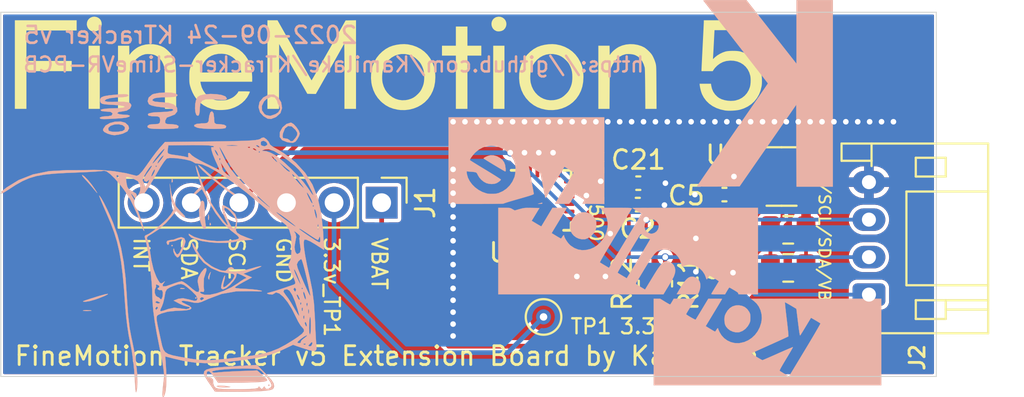
<source format=kicad_pcb>
(kicad_pcb (version 20211014) (generator pcbnew)
  (layers (0 "F.Cu" signal) (31 "B.Cu" signal) (34 "B.Paste" user) (35 "F.Paste" user) (36 "B.SilkS" user "B.Silkscreen") (37 "F.SilkS" user "F.Silkscreen") (38 "B.Mask" user) (39 "F.Mask" user) (44 "Edge.Cuts" user))
  (net 0 "")
  (net 1 "GND")
  (net 2 "+3V3")
  (net 3 "Net-(C7-Pad1)")
  (net 4 "SDA")
  (net 5 "SCL")
  (net 8 "VBAT")
  (net 12 "Net-(J1-Pad2)")
  (footprint "Connector_JST:JST_PH_S4B-PH-K_1x04_P2.00mm_Horizontal" (layer "F.Cu") (at 136.488 70.818 90)
    (fp_text reference "J2" (at -3.35 2.577 90) (layer "F.SilkS") (effects (font (size 0.8 0.8))))
    (fp_text value "Conn_01x04_Female")
    (pad "1" thru_hole roundrect locked (at 0 0 90) (size 1.2 1.75) (drill 0.75) (layers *.Cu *.Mask) (roundrect_rratio 0.2083325) (net 8 "VBAT"))
    (pad "2" thru_hole oval locked (at 2 0 90) (size 1.2 1.75) (drill 0.75) (layers *.Cu *.Mask) (net 4 "SDA"))
    (pad "3" thru_hole oval locked (at 4 0 90) (size 1.2 1.75) (drill 0.75) (layers *.Cu *.Mask) (net 5 "SCL"))
    (pad "4" thru_hole oval locked (at 6 0 90) (size 1.2 1.75) (drill 0.75) (layers *.Cu *.Mask) (net 1 "GND"))
  )
  (footprint "Capacitor_SMD:C_0805_2012Metric" (layer "F.Cu") (at 132.1816 69.3928)
    (fp_text reference "C20" (at -3.1496 0.0762) (layer "F.SilkS"))
    (fp_text value "47uF")
    (pad "1" smd roundrect (at -0.95 0) (size 1 1.45) (layers "F.Cu" "F.Paste" "F.Mask") (net 2 "+3V3"))
    (pad "2" smd roundrect (at 0.95 0) (size 1 1.45) (layers "F.Cu" "F.Paste" "F.Mask") (net 1 "GND"))
  )
  (footprint "Resistor_SMD:R_0402_1005Metric" (layer "F.Cu") (at 124.587 70.231 90)
    (fp_text reference "R12" (at 0 -1.27 90) (layer "F.SilkS"))
    (fp_text value "2.2K")
    (pad "1" smd roundrect (at -0.51 0 90) (size 0.54 0.64) (layers "F.Cu" "F.Paste" "F.Mask") (net 2 "+3V3"))
    (pad "2" smd roundrect (at 0.51 0 90) (size 0.54 0.64) (layers "F.Cu" "F.Paste" "F.Mask") (net 5 "SCL"))
  )
  (footprint "Capacitor_SMD:C_0402_1005Metric" (layer "F.Cu") (at 124.1832 64.8716 180)
    (fp_text reference "C2" (at 0.028 -2.4384) (layer "F.SilkS"))
    (fp_text value "0.1uF")
    (pad "1" smd roundrect (at -0.48 0 180) (size 0.56 0.62) (layers "F.Cu" "F.Paste" "F.Mask") (net 1 "GND"))
    (pad "2" smd roundrect (at 0.48 0 180) (size 0.56 0.62) (layers "F.Cu" "F.Paste" "F.Mask") (net 2 "+3V3"))
  )
  (footprint "Resistor_SMD:R_0402_1005Metric" (layer "F.Cu") (at 125.603 70.231 90)
    (fp_text reference "R11" (at 0 1.27 90) (layer "F.SilkS"))
    (fp_text value "2.2K")
    (pad "1" smd roundrect (at -0.51 0 90) (size 0.54 0.64) (layers "F.Cu" "F.Paste" "F.Mask") (net 2 "+3V3"))
    (pad "2" smd roundrect (at 0.51 0 90) (size 0.54 0.64) (layers "F.Cu" "F.Paste" "F.Mask") (net 4 "SDA"))
  )
  (footprint "Sensor_Motion:InvenSense_QFN-24_3x3mm_P0.4mm" (layer "F.Cu") (at 118.999 65.786)
    (fp_text reference "U9" (at -1.778 2.794) (layer "F.SilkS"))
    (fp_text value "MPU-9250")
    (pad "1" smd roundrect (at -1.5 -1) (size 0.55 0.2) (layers "F.Cu" "F.Paste" "F.Mask"))
    (pad "2" smd roundrect (at -1.5 -0.6) (size 0.55 0.2) (layers "F.Cu" "F.Paste" "F.Mask"))
    (pad "3" smd roundrect (at -1.5 -0.2) (size 0.55 0.2) (layers "F.Cu" "F.Paste" "F.Mask"))
    (pad "4" smd roundrect (at -1.5 0.2) (size 0.55 0.2) (layers "F.Cu" "F.Paste" "F.Mask"))
    (pad "5" smd roundrect (at -1.5 0.6) (size 0.55 0.2) (layers "F.Cu" "F.Paste" "F.Mask"))
    (pad "6" smd roundrect (at -1.5 1) (size 0.55 0.2) (layers "F.Cu" "F.Paste" "F.Mask"))
    (pad "7" smd roundrect (at -1 1.5 90) (size 0.55 0.2) (layers "F.Cu" "F.Paste" "F.Mask"))
    (pad "8" smd roundrect (at -0.6 1.5 90) (size 0.55 0.2) (layers "F.Cu" "F.Paste" "F.Mask") (net 2 "+3V3"))
    (pad "9" smd roundrect (at -0.2 1.5 90) (size 0.55 0.2) (layers "F.Cu" "F.Paste" "F.Mask") (net 2 "+3V3"))
    (pad "10" smd roundrect (at 0.2 1.5 90) (size 0.55 0.2) (layers "F.Cu" "F.Paste" "F.Mask") (net 3 "Net-(C7-Pad1)"))
    (pad "11" smd roundrect (at 0.6 1.5 90) (size 0.55 0.2) (layers "F.Cu" "F.Paste" "F.Mask") (net 1 "GND"))
    (pad "12" smd roundrect (at 1 1.5 90) (size 0.55 0.2) (layers "F.Cu" "F.Paste" "F.Mask"))
    (pad "13" smd roundrect (at 1.5 1) (size 0.55 0.2) (layers "F.Cu" "F.Paste" "F.Mask") (net 2 "+3V3"))
    (pad "14" smd roundrect (at 1.5 0.6) (size 0.55 0.2) (layers "F.Cu" "F.Paste" "F.Mask"))
    (pad "15" smd roundrect (at 1.5 0.2) (size 0.55 0.2) (layers "F.Cu" "F.Paste" "F.Mask"))
    (pad "16" smd roundrect (at 1.5 -0.2) (size 0.55 0.2) (layers "F.Cu" "F.Paste" "F.Mask"))
    (pad "17" smd roundrect (at 1.5 -0.6) (size 0.55 0.2) (layers "F.Cu" "F.Paste" "F.Mask"))
    (pad "18" smd roundrect (at 1.5 -1) (size 0.55 0.2) (layers "F.Cu" "F.Paste" "F.Mask") (net 1 "GND"))
    (pad "19" smd roundrect (at 1 -1.5 90) (size 0.55 0.2) (layers "F.Cu" "F.Paste" "F.Mask"))
    (pad "20" smd roundrect (at 0.6 -1.5 90) (size 0.55 0.2) (layers "F.Cu" "F.Paste" "F.Mask") (net 1 "GND"))
    (pad "21" smd roundrect (at 0.2 -1.5 90) (size 0.55 0.2) (layers "F.Cu" "F.Paste" "F.Mask"))
    (pad "22" smd roundrect (at -0.2 -1.5 90) (size 0.55 0.2) (layers "F.Cu" "F.Paste" "F.Mask") (net 2 "+3V3"))
    (pad "23" smd roundrect (at -0.6 -1.5 90) (size 0.55 0.2) (layers "F.Cu" "F.Paste" "F.Mask") (net 5 "SCL"))
    (pad "24" smd roundrect (at -1 -1.5 90) (size 0.55 0.2) (layers "F.Cu" "F.Paste" "F.Mask") (net 4 "SDA"))
  )
  (footprint "kamilib:FineMotion_25mm_empty" (layer "F.Cu") (at 110.744 58.42)
    (fp_text reference "G***")
    (fp_text value "LOGO" hide)
  )
  (footprint "Capacitor_SMD:C_0402_1005Metric" (layer "F.Cu") (at 124.1552 66.0146)
    (fp_text reference "C21" (at 0.028 -2.3876) (layer "F.SilkS"))
    (fp_text value "0.1uF")
    (pad "1" smd roundrect (at -0.48 0) (size 0.56 0.62) (layers "F.Cu" "F.Paste" "F.Mask") (net 2 "+3V3"))
    (pad "2" smd roundrect (at 0.48 0) (size 0.56 0.62) (layers "F.Cu" "F.Paste" "F.Mask") (net 1 "GND"))
  )
  (footprint "Package_TO_SOT_SMD:SOT-23-5" (layer "F.Cu") (at 131.826 64.516)
    (fp_text reference "U1" (at -3.048 -1.143) (layer "F.SilkS"))
    (fp_text value "ME6211C")
    (pad "1" smd roundrect (at -1.1375 -0.95) (size 1.325 0.6) (layers "F.Cu" "F.Paste" "F.Mask") (net 8 "VBAT"))
    (pad "2" smd roundrect (at -1.1375 0) (size 1.325 0.6) (layers "F.Cu" "F.Paste" "F.Mask") (net 1 "GND"))
    (pad "3" smd roundrect (at -1.1375 0.95) (size 1.325 0.6) (layers "F.Cu" "F.Paste" "F.Mask") (net 8 "VBAT"))
    (pad "4" smd roundrect (at 1.1375 0.95) (size 1.325 0.6) (layers "F.Cu" "F.Paste" "F.Mask"))
    (pad "5" smd roundrect (at 1.1375 -0.95) (size 1.325 0.6) (layers "F.Cu" "F.Paste" "F.Mask") (net 2 "+3V3"))
  )
  (footprint "Connector_PinHeader_2.54mm:PinHeader_1x06_P2.54mm_Vertical" (layer "F.Cu") (at 110.49 65.913 -90)
    (fp_text reference "J1" (at 0 -2.33 90) (layer "F.SilkS"))
    (fp_text value "Conn_01x06_Male")
    (pad "1" thru_hole rect (at 0 0 270) (size 1.7 1.7) (drill 1) (layers *.Cu *.Mask) (net 8 "VBAT"))
    (pad "2" thru_hole oval (at 0 2.54 270) (size 1.7 1.7) (drill 1) (layers *.Cu *.Mask) (net 12 "Net-(J1-Pad2)"))
    (pad "3" thru_hole oval (at 0 5.08 270) (size 1.7 1.7) (drill 1) (layers *.Cu *.Mask) (net 1 "GND"))
    (pad "4" thru_hole oval (at 0 7.62 270) (size 1.7 1.7) (drill 1) (layers *.Cu *.Mask) (net 5 "SCL"))
    (pad "5" thru_hole oval (at 0 10.16 270) (size 1.7 1.7) (drill 1) (layers *.Cu *.Mask) (net 4 "SDA"))
    (pad "6" thru_hole oval (at 0 12.7 270) (size 1.7 1.7) (drill 1) (layers *.Cu *.Mask))
  )
  (footprint "Capacitor_SMD:C_0805_2012Metric" (layer "F.Cu") (at 132.1816 67.3608)
    (fp_text reference "C19" (at -3.1496 0.2032) (layer "F.SilkS"))
    (fp_text value "47uF")
    (pad "1" smd roundrect (at -0.95 0) (size 1 1.45) (layers "F.Cu" "F.Paste" "F.Mask") (net 2 "+3V3"))
    (pad "2" smd roundrect (at 0.95 0) (size 1 1.45) (layers "F.Cu" "F.Paste" "F.Mask") (net 1 "GND"))
  )
  (footprint "TestPoint:TestPoint_Pad_D1.5mm" (layer "F.Cu") (at 119.126 72.009)
    (fp_text reference "TP1" (at 2.54 0.508) (layer "F.SilkS") (effects (font (size 0.8 0.8) (thickness 0.125))))
    (fp_text value "I2C_PULLUP")
    (pad "1" smd circle (at 0 0) (size 1.5 1.5) (layers "F.Cu" "F.Mask") (net 12 "Net-(J1-Pad2)"))
  )
  (footprint "Capacitor_SMD:C_0402_1005Metric" (layer "F.Cu") (at 120.4976 68.7324)
    (fp_text reference "C7" (at 0.0254 1.3716) (layer "F.SilkS"))
    (fp_text value "0.1uF")
    (pad "1" smd roundrect (at -0.48 0) (size 0.56 0.62) (layers "F.Cu" "F.Paste" "F.Mask") (net 3 "Net-(C7-Pad1)"))
    (pad "2" smd roundrect (at 0.48 0) (size 0.56 0.62) (layers "F.Cu" "F.Paste" "F.Mask") (net 1 "GND"))
  )
  (footprint "Capacitor_SMD:C_0402_1005Metric" (layer "F.Cu") (at 128.778 65.4812 180)
    (fp_text reference "C5" (at 2.032 -0.0508) (layer "F.SilkS"))
    (fp_text value "10uF")
    (pad "1" smd roundrect (at -0.48 0 180) (size 0.56 0.62) (layers "F.Cu" "F.Paste" "F.Mask") (net 8 "VBAT"))
    (pad "2" smd roundrect (at 0.48 0 180) (size 0.56 0.62) (layers "F.Cu" "F.Paste" "F.Mask") (net 1 "GND"))
  )
  (footprint "kamilib:kamilake_1100dpi" (layer "B.Cu") (at 125.603001 65.056328 180)
    (fp_text reference "G***" hide)
    (fp_text value "LOGO" hide)
  )
  (footprint "kamilib:sleepy300dpi" (layer "B.Cu") (at 98.84 68.16 180)
    (fp_text reference "G***" hide)
    (fp_text value "LOGO" hide)
  )
  (gr_line (start 90.17 55.753) (end 140.081 55.753) (layer "Edge.Cuts") (width 0.05))
  (gr_line (start 140.081 55.753) (end 140.081 75.184) (layer "Edge.Cuts") (width 0.05))
  (gr_line (start 140.081 75.184) (end 90.17 75.184) (layer "Edge.Cuts") (width 0.05))
  (gr_line (start 90.17 75.184) (end 90.17 55.753) (layer "Edge.Cuts") (width 0.05))
  (gr_text "https://github.com/Kamilake/KTracker-SlimeVR-PCB" (at 107.9246 58.547) (layer "B.SilkS") (effects (font (size 0.8 0.8) (thickness 0.13)) (justify mirror)))
  (gr_text "2022-09-24 KTracker v5" (at 100.2792 56.9722) (layer "B.SilkS") (effects (font (size 0.9 0.9) (thickness 0.14)) (justify mirror)))
  (gr_text "FineMotion Tracker v5 Extension Board by Kamilake" (at 110.744 74.0918) (layer "F.SilkS") (effects (font (size 1 1))))
  (gr_text "GND/SCL/SDA/VBAT" (at 134.112 67.564 270) (layer "F.SilkS") (effects (font (size 0.6 0.6) (thickness 0.1))))
  (gr_text "3.3v" (at 124.46 72.517) (layer "F.SilkS") (effects (font (size 0.8 0.8) (thickness 0.125))))
  (gr_text "GND" (at 105.283 67.691 270) (layer "F.SilkS") (effects (font (size 0.8 0.8) (thickness 0.125)) (justify left)))
  (gr_text "SCL" (at 102.743 67.691 270) (layer "F.SilkS") (effects (font (size 0.8 0.8) (thickness 0.125)) (justify left)))
  (gr_text "VBAT" (at 110.363 67.691 270) (layer "F.SilkS") (effects (font (size 0.8 0.8) (thickness 0.125)) (justify left)))
  (gr_text "SDA" (at 100.203 67.691 270) (layer "F.SilkS") (effects (font (size 0.8 0.8) (thickness 0.125)) (justify left)))
  (gr_text "3.3v_TP1" (at 107.823 67.691 270) (layer "F.SilkS") (effects (font (size 0.8 0.8) (thickness 0.125)) (justify left)))
  (gr_text "MPU6500" (at 121.92 65.532 270) (layer "F.SilkS") (effects (font (size 0.7 0.7) (thickness 0.12))))
  (gr_text "INT" (at 97.663 67.691 270) (layer "F.SilkS") (effects (font (size 0.8 0.8) (thickness 0.125)) (justify left)))
  (segment (start 119.902414 67.958709) (end 120.188204 67.958709) (width 0.2) (layer "F.Cu") (net 1))
  (segment (start 125.5522 66.0146) (end 125.5776 66.04) (width 0.2) (layer "F.Cu") (net 1))
  (segment (start 119.599 67.655295) (end 119.902414 67.958709) (width 0.2) (layer "F.Cu") (net 1))
  (segment (start 124.6632 64.8716) (end 125.6284 64.8716) (width 0.2) (layer "F.Cu") (net 1))
  (segment (start 124.6632 64.8716) (end 124.6632 65.9866) (width 0.2) (layer "F.Cu") (net 1))
  (segment (start 133.1316 69.3928) (end 133.1316 67.3608) (width 0.2) (layer "F.Cu") (net 1))
  (segment (start 128.298 65.4812) (end 127.2032 65.4812) (width 0.2) (layer "F.Cu") (net 1))
  (segment (start 120.790709 67.958709) (end 120.188204 67.958709) (width 0.2) (layer "F.Cu") (net 1))
  (segment (start 119.599 64.286) (end 119.599 63.281) (width 0.2) (layer "F.Cu") (net 1))
  (segment (start 136.488 64.818) (end 136.8502 64.818) (width 0.4) (layer "F.Cu") (net 1))
  (segment (start 119.599 67.286) (end 119.599 67.655295) (width 0.2) (layer "F.Cu") (net 1))
  (segment (start 124.6632 65.9866) (end 124.6352 66.0146) (width 0.2) (layer "F.Cu") (net 1))
  (segment (start 120.9776 68.1456) (end 120.790709 67.958709) (width 0.2) (layer "F.Cu") (net 1))
  (segment (start 124.6352 66.0146) (end 125.5522 66.0146) (width 0.2) (layer "F.Cu") (net 1))
  (segment (start 119.599 63.281) (end 119.634 63.246) (width 0.2) (layer "F.Cu") (net 1))
  (segment (start 136.488 64.818) (end 136.7 64.818) (width 0.2) (layer "F.Cu") (net 1))
  (segment (start 122.158 64.786) (end 122.174 64.77) (width 0.2) (layer "F.Cu") (net 1))
  (segment (start 120.499 64.786) (end 122.158 64.786) (width 0.2) (layer "F.Cu") (net 1))
  (segment (start 120.9776 68.7324) (end 120.9776 68.1456) (width 0.2) (layer "F.Cu") (net 1))
  (segment (start 130.6885 64.516) (end 129.286 64.516) (width 0.2) (layer "F.Cu") (net 1))
  (via (at 125.6284 64.8716) (size 0.4) (drill 0.3) (layers "F.Cu" "B.Cu") (net 1))
  (via (at 130.175 61.595) (size 0.4) (drill 0.3) (layers "F.Cu" "B.Cu") (net 1))
  (via (at 125.095 61.595) (size 0.4) (drill 0.3) (layers "F.Cu" "B.Cu") (net 1))
  (via (at 114.3 61.595) (size 0.4) (drill 0.3) (layers "F.Cu" "B.Cu") (net 1))
  (via (at 117.475 61.595) (size 0.4) (drill 0.3) (layers "F.Cu" "B.Cu") (net 1))
  (via (at 127.2032 65.4812) (size 0.4) (drill 0.3) (layers "F.Cu" "B.Cu") (net 1))
  (via (at 114.3 64.135) (size 0.4) (drill 0.3) (layers "F.Cu" "B.Cu") (net 1))
  (via (at 123.19 61.595) (size 0.4) (drill 0.3) (layers "F.Cu" "B.Cu") (net 1))
  (via (at 122.555 61.595) (size 0.4) (drill 0.3) (layers "F.Cu" "B.Cu") (net 1))
  (via (at 118.745 61.595) (size 0.4) (drill 0.3) (layers "F.Cu" "B.Cu") (net 1))
  (via (at 114.3 68.58) (size 0.4) (drill 0.3) (layers "F.Cu" "B.Cu") (net 1))
  (via (at 130.81 61.595) (size 0.4) (drill 0.3) (layers "F.Cu" "B.Cu") (net 1))
  (via (at 115.57 61.595) (size 0.4) (drill 0.3) (layers "F.Cu" "B.Cu") (net 1))
  (via (at 120.904 69.85) (size 0.4) (drill 0.3) (layers "F.Cu" "B.Cu") (net 1))
  (via (at 132.08 61.595) (size 0.4) (drill 0.3) (layers "F.Cu" "B.Cu") (net 1))
  (via (at 120.65 61.595) (size 0.4) (drill 0.3) (layers "F.Cu" "B.Cu") (net 1))
  (via (at 122.428 69.85) (size 0.4) (drill 0.3) (layers "F.Cu" "B.Cu") (net 1))
  (via (at 126.365 61.595) (size 0.4) (drill 0.3) (layers "F.Cu" "B.Cu") (net 1))
  (via (at 119.38 61.595) (size 0.4) (drill 0.3) (layers "F.Cu" "B.Cu") (net 1))
  (via (at 128.905 61.595) (size 0.4) (drill 0.3) (layers "F.Cu" "B.Cu") (net 1))
  (via (at 129.54 61.595) (size 0.4) (drill 0.3) (layers "F.Cu" "B.Cu") (net 1))
  (via (at 119.634 63.246) (size 0.4) (drill 0.3) (layers "F.Cu" "B.Cu") (net 1))
  (via (at 114.3 71.755) (size 0.4) (drill 0.3) (layers "F.Cu" "B.Cu") (net 1))
  (via (at 135.255 61.595) (size 0.4) (drill 0.3) (layers "F.Cu" "B.Cu") (net 1))
  (via (at 125.5776 66.04) (size 0.4) (drill 0.3) (layers "F.Cu" "B.Cu") (net 1))
  (via (at 114.3 66.04) (size 0.4) (drill 0.3) (layers "F.Cu" "B.Cu") (net 1))
  (via (at 114.3 67.31) (size 0.4) (drill 0.3) (layers "F.Cu" "B.Cu") (net 1))
  (via (at 114.3 70.485) (size 0.4) (drill 0.3) (layers "F.Cu" "B.Cu") (net 1))
  (via (at 131.445 61.595) (size 0.4) (drill 0.3) (layers "F.Cu" "B.Cu") (net 1))
  (via (at 133.35 61.595) (size 0.4) (drill 0.3) (layers "F.Cu" "B.Cu") (net 1))
  (via (at 129.286 64.516) (size 0.4) (drill 0.3) (layers "F.Cu" "B.Cu") (net 1))
  (via (at 137.795 61.595) (size 0.4) (drill 0.3) (layers "F.Cu" "B.Cu") (net 1))
  (via (at 133.985 61.595) (size 0.4) (drill 0.3) (layers "F.Cu" "B.Cu") (net 1))
  (via (at 114.3 65.405) (size 0.4) (drill 0.3) (layers "F.Cu" "B.Cu") (net 1))
  (via (at 124.46 61.595) (size 0.4) (drill 0.3) (layers "F.Cu" "B.Cu") (net 1))
  (via (at 121.92 61.595) (size 0.4) (drill 0.3) (layers "F.Cu" "B.Cu") (net 1))
  (via (at 120.015 61.595) (size 0.4) (drill 0.3) (layers "F.Cu" "B.Cu") (net 1))
  (via (at 122.682 67.564) (size 0.4) (drill 0.3) (layers "F.Cu" "B.Cu") (net 1))
  (via (at 114.3 66.675) (size 0.4) (drill 0.3) (layers "F.Cu" "B.Cu") (net 1))
  (via (at 127 61.595) (size 0.4) (drill 0.3) (layers "F.Cu" "B.Cu") (net 1))
  (via (at 114.3 72.39) (size 0.4) (drill 0.3) (layers "F.Cu" "B.Cu") (net 1))
  (via (at 114.935 61.595) (size 0.4) (drill 0.3) (layers "F.Cu" "B.Cu") (net 1))
  (via (at 116.205 61.595) (size 0.4) (drill 0.3) (layers "F.Cu" "B.Cu") (net 1))
  (via (at 125.73 61.595) (size 0.4) (drill 0.3) (layers "F.Cu" "B.Cu") (net 1))
  (via (at 114.3 71.12) (size 0.4) (drill 0.3) (layers "F.Cu" "B.Cu") (net 1))
  (via (at 114.3 67.945) (size 0.4) (drill 0.3) (layers "F.Cu" "B.Cu") (net 1))
  (via (at 122.174 64.77) (size 0.4) (drill 0.3) (layers "F.Cu" "B.Cu") (net 1))
  (via (at 128.27 61.595) (size 0.4) (drill 0.3) (layers "F.Cu" "B.Cu") (net 1))
  (via (at 127.254 67.818) (size 0.4) (drill 0.3) (layers "F.Cu" "B.Cu") (net 1))
  (via (at 127.254 69.596) (size 0.4) (drill 0.3) (layers "F.Cu" "B.Cu") (net 1))
  (via (at 116.84 61.595) (size 0.4) (drill 0.3) (layers "F.Cu" "B.Cu") (net 1))
  (via (at 114.3 64.77) (size 0.4) (drill 0.3) (layers "F.Cu" "B.Cu") (net 1))
  (via (at 114.3 73.025) (size 0.4) (drill 0.3) (layers "F.Cu" "B.Cu") (net 1))
  (via (at 136.525 61.595) (size 0.4) (drill 0.3) (layers "F.Cu" "B.Cu") (net 1))
  (via (at 123.825 61.595) (size 0.4) (drill 0.3) (layers "F.Cu" "B.Cu") (net 1))
  (via (at 118.11 61.595) (size 0.4) (drill 0.3) (layers "F.Cu" "B.Cu") (net 1))
  (via (at 121.285 61.595) (size 0.4) (drill 0.3) (layers "F.Cu" "B.Cu") (net 1))
  (via (at 127.635 61.595) (size 0.4) (drill 0.3) (layers "F.Cu" "B.Cu") (net 1))
  (via (at 134.62 61.595) (size 0.4) (drill 0.3) (layers "F.Cu" "B.Cu") (net 1))
  (via (at 137.16 61.595) (size 0.4) (drill 0.3) (layers "F.Cu" "B.Cu") (net 1))
  (via (at 114.3 69.215) (size 0.4) (drill 0.3) (layers "F.Cu" "B.Cu") (net 1))
  (via (at 132.715 61.595) (size 0.4) (drill 0.3) (layers "F.Cu" "B.Cu") (net 1))
  (via (at 135.89 61.595) (size 0.4) (drill 0.3) (layers "F.Cu" "B.Cu") (net 1))
  (via (at 114.3 69.85) (size 0.4) (drill 0.3) (layers "F.Cu" "B.Cu") (net 1))
  (segment (start 121.9454 66.0146) (end 123.6752 66.0146) (width 0.2) (layer "F.Cu") (net 2))
  (segment (start 118.399 69.3262) (end 118.399 67.286) (width 0.2) (layer "F.Cu") (net 2))
  (segment (start 120.499 66.786) (end 121.174 66.786) (width 0.2) (layer "F.Cu") (net 2))
  (segment (start 123.7032 64.8716) (end 123.7032 65.5268) (width 0.2) (layer "F.Cu") (net 2))
  (segment (start 118.799 64.286) (end 118.799 63.319) (width 0.2) (layer "F.Cu") (net 2))
  (segment (start 118.799 63.319) (end 118.872 63.246) (width 0.2) (layer "F.Cu") (net 2))
  (segment (start 131.8768 64.6527) (end 131.8768 66.7156) (width 0.2) (layer "F.Cu") (net 2))
  (segment (start 125.603 70.741) (end 129.8834 70.741) (width 0.2) (layer "F.Cu") (net 2))
  (segment (start 129.8834 70.741) (end 131.2316 69.3928) (width 0.2) (layer "F.Cu") (net 2))
  (segment (start 132.9635 63.566) (end 131.8768 64.6527) (width 0.2) (layer "F.Cu") (net 2))
  (segment (start 118.799 69.269) (end 119.4689 69.9389) (width 0.2) (layer "F.Cu") (net 2))
  (segment (start 125.603 70.741) (end 124.587 70.741) (width 0.2) (layer "F.Cu") (net 2))
  (segment (start 123.6752 66.0146) (end 123.6752 69.8292) (width 0.2) (layer "F.Cu") (net 2))
  (segment (start 131.2316 67.3608) (end 131.2316 69.3928) (width 0.2) (layer "F.Cu") (net 2))
  (segment (start 121.174 66.786) (end 121.9454 66.0146) (width 0.2) (layer "F.Cu") (net 2))
  (segment (start 119.8138 70.741) (end 119.4689 70.3961) (width 0.2) (layer "F.Cu") (net 2))
  (segment (start 131.8768 66.7156) (end 131.2316 67.3608) (width 0.2) (layer "F.Cu") (net 2))
  (segment (start 119.4689 70.3961) (end 118.399 69.3262) (width 0.2) (layer "F.Cu") (net 2))
  (segment (start 119.4689 69.9389) (end 119.4689 70.3961) (width 0.2) (layer "F.Cu") (net 2))
  (segment (start 124.587 70.741) (end 119.8138 70.741) (width 0.2) (layer "F.Cu") (net 2))
  (segment (start 123.6752 69.8292) (end 124.587 70.741) (width 0.2) (layer "F.Cu") (net 2))
  (segment (start 118.799 67.286) (end 118.799 69.269) (width 0.2) (layer "F.Cu") (net 2))
  (segment (start 123.698 65.532) (end 123.7032 65.5268) (width 0.2) (layer "F.Cu") (net 2))
  (segment (start 123.7032 65.5268) (end 123.7032 65.9866) (width 0.2) (layer "F.Cu") (net 2))
  (segment (start 121.412 65.532) (end 123.698 65.532) (width 0.2) (layer "F.Cu") (net 2))
  (via (at 118.872 63.246) (size 0.4) (drill 0.3) (layers "F.Cu" "B.Cu") (net 2))
  (via (at 121.412 65.532) (size 0.4) (drill 0.3) (layers "F.Cu" "B.Cu") (net 2))
  (segment (start 118.872 63.246) (end 121.158 65.532) (width 0.2) (layer "B.Cu") (net 2))
  (segment (start 121.158 65.532) (end 121.412 65.532) (width 0.2) (layer "B.Cu") (net 2))
  (segment (start 120.0176 68.7324) (end 119.199 67.9138) (width 0.2) (layer "F.Cu") (net 3))
  (segment (start 119.199 67.9138) (end 119.199 67.286) (width 0.2) (layer "F.Cu") (net 3))
  (segment (start 117.999 64.286) (end 117.999 63.897) (width 0.2) (layer "F.Cu") (net 4))
  (segment (start 125.603 69.721) (end 125.603 68.834) (width 0.2) (layer "F.Cu") (net 4))
  (segment (start 125.603 68.834) (end 125.619 68.818) (width 0.2) (layer "F.Cu") (net 4))
  (segment (start 117.999 63.897) (end 117.348 63.246) (width 0.2) (layer "F.Cu") (net 4))
  (via (at 117.348 63.246) (size 0.4) (drill 0.3) (layers "F.Cu" "B.Cu") (net 4))
  (via (at 125.619 68.818) (size 0.4) (drill 0.3) (layers "F.Cu" "B.Cu") (net 4))
  (segment (start 123.428 68.818) (end 125.619 68.818) (width 0.2) (layer "B.Cu") (net 4))
  (segment (start 122.92 68.818) (end 123.428 68.818) (width 0.2) (layer "B.Cu") (net 4))
  (segment (start 117.348 63.246) (end 102.997 63.246) (width 0.25) (layer "B.Cu") (net 4))
  (segment (start 125.619 68.818) (end 136.488 68.818) (width 0.2) (layer "B.Cu") (net 4))
  (segment (start 102.997 63.246) (end 100.33 65.913) (width 0.25) (layer "B.Cu") (net 4))
  (segment (start 117.348 63.246) (end 122.92 68.818) (width 0.2) (layer "B.Cu") (net 4))
  (segment (start 106.172 62.611) (end 102.87 65.913) (width 0.25) (layer "F.Cu") (net 5))
  (segment (start 117.483747 62.611) (end 106.172 62.611) (width 0.25) (layer "F.Cu") (net 5))
  (segment (start 118.399 63.535) (end 118.11 63.246) (width 0.2) (layer "F.Cu") (net 5))
  (segment (start 124.587 66.834) (end 124.603 66.818) (width 0.2) (layer "F.Cu") (net 5))
  (segment (start 118.399 64.286) (end 118.399 63.535) (width 0.2) (layer "F.Cu") (net 5))
  (segment (start 124.587 69.721) (end 124.587 66.834) (width 0.2) (layer "F.Cu") (net 5))
  (segment (start 118.11 63.237253) (end 117.483747 62.611) (width 0.25) (layer "F.Cu") (net 5))
  (segment (start 118.11 63.246) (end 118.11 63.237253) (width 0.25) (layer "F.Cu") (net 5))
  (via (at 124.603 66.818) (size 0.4) (drill 0.3) (layers "F.Cu" "B.Cu") (net 5))
  (via (at 118.11 63.246) (size 0.4) (drill 0.3) (layers "F.Cu" "B.Cu") (net 5))
  (segment (start 136.488 66.818) (end 124.603 66.818) (width 0.2) (layer "B.Cu") (net 5))
  (segment (start 118.11 63.246) (end 121.682 66.818) (width 0.2) (layer "B.Cu") (net 5))
  (segment (start 121.682 66.818) (end 124.603 66.818) (width 0.2) (layer "B.Cu") (net 5))
  (segment (start 129.258 65.4812) (end 130.6733 65.4812) (width 0.2) (layer "F.Cu") (net 8))
  (segment (start 129.258 69.624) (end 129.2352 69.6468) (width 0.2) (layer "F.Cu") (net 8))
  (segment (start 128.64848 64.18832) (end 129.2708 63.566) (width 0.2) (layer "F.Cu") (net 8))
  (segment (start 114.074253 73.57) (end 133.736 73.57) (width 0.25) (layer "F.Cu") (net 8))
  (segment (start 128.64848 64.87168) (end 128.64848 64.18832) (width 0.2) (layer "F.Cu") (net 8))
  (segment (start 130.6733 65.4812) (end 130.6885 65.466) (width 0.2) (layer "F.Cu") (net 8))
  (segment (start 133.736 73.57) (end 136.488 70.818) (width 0.25) (layer "F.Cu") (net 8))
  (segment (start 129.258 65.4812) (end 128.64848 64.87168) (width 0.2) (layer "F.Cu") (net 8))
  (segment (start 110.49 69.985747) (end 114.074253 73.57) (width 0.25) (layer "F.Cu") (net 8))
  (segment (start 129.2708 63.566) (end 130.6885 63.566) (width 0.2) (layer "F.Cu") (net 8))
  (segment (start 110.49 65.913) (end 110.49 69.985747) (width 0.25) (layer "F.Cu") (net 8))
  (segment (start 129.258 65.4812) (end 129.258 69.624) (width 0.2) (layer "F.Cu") (net 8))
  (via (at 129.2352 69.6468) (size 0.4) (drill 0.3) (layers "F.Cu" "B.Cu") (net 8))
  (segment (start 130.4064 70.818) (end 136.488 70.818) (width 0.2) (layer "B.Cu") (net 8))
  (segment (start 129.2352 69.6468) (end 130.4064 70.818) (width 0.2) (layer "B.Cu") (net 8))
  (via (at 119.126 72.009) (size 0.8) (drill 0.4) (layers "F.Cu" "B.Cu") (net 12))
  (segment (start 119.126 72.009) (end 117.221 73.914) (width 0.25) (layer "B.Cu") (net 12))
  (segment (start 107.95 70.231) (end 107.95 65.913) (width 0.25) (layer "B.Cu") (net 12))
  (segment (start 111.633 73.914) (end 107.95 70.231) (width 0.25) (layer "B.Cu") (net 12))
  (segment (start 117.221 73.914) (end 111.633 73.914) (width 0.25) (layer "B.Cu") (net 12))
  (zone (net 1) (net_name "GND") (layers F&B.Cu) (connect_pads (clearance 0.12)) (min_thickness 0.127) (fill yes (thermal_gap 0.25) (thermal_bridge_width 0.508))
    (polygon (pts (xy 140.079771 75.17665) (xy 90.169771 75.18665) (xy 90.17 55.75) (xy 140.08 55.75)))
  )
  (zone (net 0) (net_name "") (layer "F.Cu") (connect_pads (clearance 0)) (min_thickness 0.254)
    (keepout (tracks allowed) (vias allowed) (pads allowed) (copperpour not_allowed) (footprints allowed))
    (fill (thermal_gap 0.508) (thermal_bridge_width 0.508))
    (polygon (pts (xy 120.5 67.36) (xy 117.43 67.37) (xy 117.52 64.3) (xy 120.49 64.29)))
  )
)
</source>
